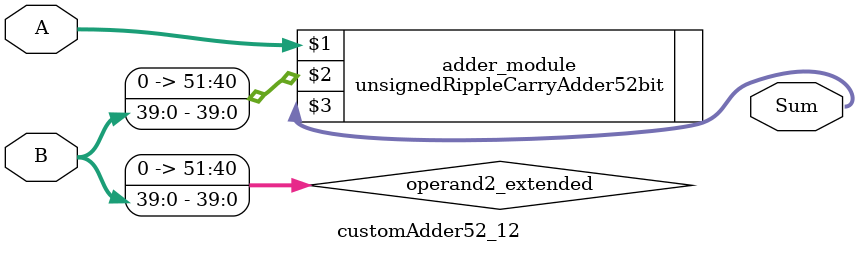
<source format=v>
module customAdder52_12(
                        input [51 : 0] A,
                        input [39 : 0] B,
                        
                        output [52 : 0] Sum
                );

        wire [51 : 0] operand2_extended;
        
        assign operand2_extended =  {12'b0, B};
        
        unsignedRippleCarryAdder52bit adder_module(
            A,
            operand2_extended,
            Sum
        );
        
        endmodule
        
</source>
